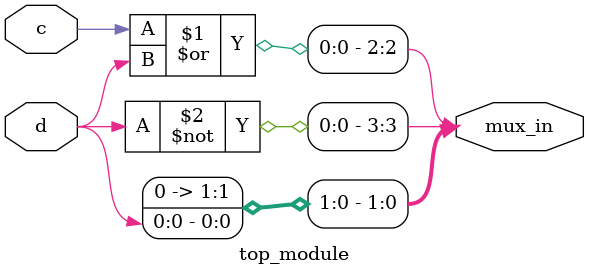
<source format=sv>
module top_module (
    input c,
    input d,
    output [3:0] mux_in
);

    // Based on the given K-map
    assign mux_in[0] = d;           // ab = 00; f(0, 0) = (d)
    assign mux_in[1] = 0;           // ab = 01; f(0, 1) = 0
    assign mux_in[2] = c | d;       // ab = 11; f(1, 1) = (c | d)
    assign mux_in[3] = ~d;          // ab = 10; f(1, 0) = (~d)

endmodule

</source>
